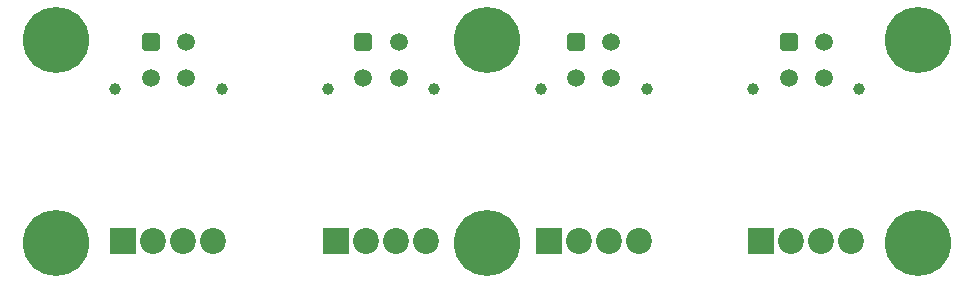
<source format=gbr>
%TF.GenerationSoftware,KiCad,Pcbnew,(6.0.4-0)*%
%TF.CreationDate,2022-07-20T14:53:49+12:00*%
%TF.ProjectId,motor-connector,6d6f746f-722d-4636-9f6e-6e6563746f72,rev?*%
%TF.SameCoordinates,PX6516e80PY5a995c0*%
%TF.FileFunction,Soldermask,Bot*%
%TF.FilePolarity,Negative*%
%FSLAX46Y46*%
G04 Gerber Fmt 4.6, Leading zero omitted, Abs format (unit mm)*
G04 Created by KiCad (PCBNEW (6.0.4-0)) date 2022-07-20 14:53:49*
%MOMM*%
%LPD*%
G01*
G04 APERTURE LIST*
G04 Aperture macros list*
%AMRoundRect*
0 Rectangle with rounded corners*
0 $1 Rounding radius*
0 $2 $3 $4 $5 $6 $7 $8 $9 X,Y pos of 4 corners*
0 Add a 4 corners polygon primitive as box body*
4,1,4,$2,$3,$4,$5,$6,$7,$8,$9,$2,$3,0*
0 Add four circle primitives for the rounded corners*
1,1,$1+$1,$2,$3*
1,1,$1+$1,$4,$5*
1,1,$1+$1,$6,$7*
1,1,$1+$1,$8,$9*
0 Add four rect primitives between the rounded corners*
20,1,$1+$1,$2,$3,$4,$5,0*
20,1,$1+$1,$4,$5,$6,$7,0*
20,1,$1+$1,$6,$7,$8,$9,0*
20,1,$1+$1,$8,$9,$2,$3,0*%
G04 Aperture macros list end*
%ADD10C,5.600000*%
%ADD11C,1.000000*%
%ADD12RoundRect,0.250001X-0.499999X-0.499999X0.499999X-0.499999X0.499999X0.499999X-0.499999X0.499999X0*%
%ADD13C,1.500000*%
%ADD14R,2.200000X2.200000*%
%ADD15C,2.200000*%
G04 APERTURE END LIST*
D10*
%TO.C,H6*%
X10000000Y9800000D03*
%TD*%
%TO.C,H5*%
X46500000Y9800000D03*
%TD*%
%TO.C,H4*%
X83000000Y9800000D03*
%TD*%
%TO.C,H3*%
X83000000Y27000000D03*
%TD*%
%TO.C,H2*%
X46500000Y27000000D03*
%TD*%
%TO.C,H1*%
X10000000Y27000000D03*
%TD*%
D11*
%TO.C,J7*%
X69000000Y22875000D03*
X78000000Y22875000D03*
D12*
X72000000Y26815000D03*
D13*
X75000000Y26815000D03*
X72000000Y23815000D03*
X75000000Y23815000D03*
%TD*%
D11*
%TO.C,J5*%
X51000000Y22875000D03*
X60000000Y22875000D03*
D12*
X54000000Y26815000D03*
D13*
X57000000Y26815000D03*
X54000000Y23815000D03*
X57000000Y23815000D03*
%TD*%
D11*
%TO.C,J3*%
X33000000Y22875000D03*
X42000000Y22875000D03*
D12*
X36000000Y26815000D03*
D13*
X39000000Y26815000D03*
X36000000Y23815000D03*
X39000000Y23815000D03*
%TD*%
D14*
%TO.C,J8*%
X69685000Y10000000D03*
D15*
X72225000Y10000000D03*
X74765000Y10000000D03*
X77305000Y10000000D03*
%TD*%
D14*
%TO.C,J6*%
X51685000Y10000000D03*
D15*
X54225000Y10000000D03*
X56765000Y10000000D03*
X59305000Y10000000D03*
%TD*%
D14*
%TO.C,J4*%
X33685000Y10000000D03*
D15*
X36225000Y10000000D03*
X38765000Y10000000D03*
X41305000Y10000000D03*
%TD*%
D14*
%TO.C,J2*%
X15685000Y9977500D03*
D15*
X18225000Y9977500D03*
X20765000Y9977500D03*
X23305000Y9977500D03*
%TD*%
D11*
%TO.C,J1*%
X15000000Y22860000D03*
X24000000Y22860000D03*
D12*
X18000000Y26800000D03*
D13*
X21000000Y26800000D03*
X18000000Y23800000D03*
X21000000Y23800000D03*
%TD*%
M02*

</source>
